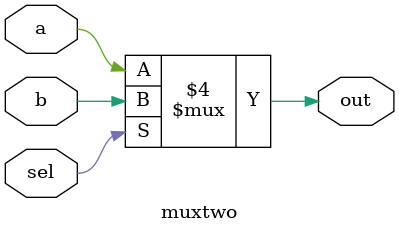
<source format=v>

module muxtwo (out, a, b,
                 sel);
  input a, b, sel;
  output out;
  reg out;
  always @( sel or a or b)
    if (! sel)
      out = a;
    else
      out = b;
endmodule




</source>
